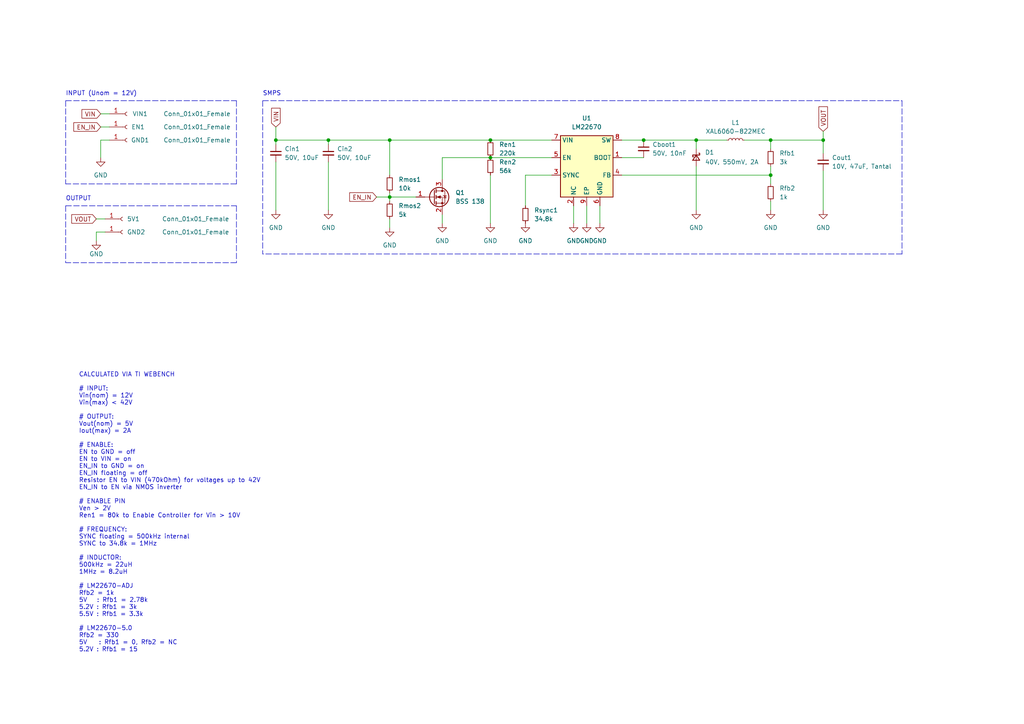
<source format=kicad_sch>
(kicad_sch (version 20211123) (generator eeschema)
  (paper "A4")
  (lib_symbols
    (symbol "Connector:Conn_01x01_Female" (pin_names (offset 1.016) hide)
      (property "Reference" "J" (at 0 2.54 0))
      (property "Value" "Conn_01x01_Female" (at 0 -2.54 0))
      (symbol "Conn_01x01_Female_1_1"
        (polyline (pts (xy -1.27 0) (xy -0.508 0)) (stroke (width 0.1524)))
        (arc (start 0 0.508) (mid -0.508 0) (end 0 -0.508) (stroke (width 0.1524)))
        (pin passive line (at -5.08 0 0) (length 3.81) (name "Pin_1") (number "1"))
      )
    )
    (symbol "Device:C_Small" (pin_numbers hide) (pin_names (offset 0.254) hide)
      (property "Reference" "C" (at 0.254 1.778 0))
      (property "Value" "C_Small" (at 0.254 -2.032 0))
      (symbol "C_Small_0_1"
        (polyline (pts (xy -1.524 -0.508) (xy 1.524 -0.508)) (stroke (width 0.3302)))
        (polyline (pts (xy -1.524 0.508) (xy 1.524 0.508)) (stroke (width 0.3048)))
      )
      (symbol "C_Small_1_1"
        (pin passive line (at 0 2.54 270) (length 2.032) (name "~") (number "1"))
        (pin passive line (at 0 -2.54 90) (length 2.032) (name "~") (number "2"))
      )
    )
    (symbol "Device:D_Schottky_Small" (pin_numbers hide) (pin_names (offset 0.254) hide)
      (property "Reference" "D" (at -1.27 2.032 0))
      (property "Value" "D_Schottky_Small" (at -7.112 -2.032 0))
      (symbol "D_Schottky_Small_0_1"
        (polyline (pts (xy -0.762 0) (xy 0.762 0)))
        (polyline (pts (xy 0.762 -1.016) (xy -0.762 0) (xy 0.762 1.016) (xy 0.762 -1.016)) (stroke (width 0.254)))
        (polyline (pts (xy -1.27 0.762) (xy -1.27 1.016) (xy -0.762 1.016) (xy -0.762 -1.016) (xy -0.254 -1.016) (xy -0.254 -0.762)) (stroke (width 0.254)))
      )
      (symbol "D_Schottky_Small_1_1"
        (pin passive line (at -2.54 0 0) (length 1.778) (name "K") (number "1"))
        (pin passive line (at 2.54 0 180) (length 1.778) (name "A") (number "2"))
      )
    )
    (symbol "Device:L_Small" (pin_numbers hide) (pin_names (offset 0.254) hide)
      (property "Reference" "L" (at 0.762 1.016 0))
      (property "Value" "L_Small" (at 0.762 -1.016 0))
      (symbol "L_Small_0_1"
        (arc (start 0 -2.032) (mid 0.508 -1.524) (end 0 -1.016))
        (arc (start 0 -1.016) (mid 0.508 -0.508) (end 0 0))
        (arc (start 0 0) (mid 0.508 0.508) (end 0 1.016))
        (arc (start 0 1.016) (mid 0.508 1.524) (end 0 2.032))
      )
      (symbol "L_Small_1_1"
        (pin passive line (at 0 2.54 270) (length 0.508) (name "~") (number "1"))
        (pin passive line (at 0 -2.54 90) (length 0.508) (name "~") (number "2"))
      )
    )
    (symbol "Device:Q_NMOS_GSD" (pin_names (offset 0) hide)
      (property "Reference" "Q" (at 5.08 1.27 0))
      (property "Value" "Q_NMOS_GSD" (at 5.08 -1.27 0))
      (symbol "Q_NMOS_GSD_0_1"
        (polyline (pts (xy 0.254 0) (xy -2.54 0)))
        (polyline (pts (xy 0.254 1.905) (xy 0.254 -1.905)) (stroke (width 0.254)))
        (polyline (pts (xy 0.762 -1.27) (xy 0.762 -2.286)) (stroke (width 0.254)))
        (polyline (pts (xy 0.762 0.508) (xy 0.762 -0.508)) (stroke (width 0.254)))
        (polyline (pts (xy 0.762 2.286) (xy 0.762 1.27)) (stroke (width 0.254)))
        (polyline (pts (xy 2.54 2.54) (xy 2.54 1.778)))
        (polyline (pts (xy 2.54 -2.54) (xy 2.54 0) (xy 0.762 0)))
        (polyline (pts (xy 0.762 -1.778) (xy 3.302 -1.778) (xy 3.302 1.778) (xy 0.762 1.778)))
        (polyline (pts (xy 1.016 0) (xy 2.032 0.381) (xy 2.032 -0.381) (xy 1.016 0)) (fill (type outline)))
        (polyline (pts (xy 2.794 0.508) (xy 2.921 0.381) (xy 3.683 0.381) (xy 3.81 0.254)))
        (polyline (pts (xy 3.302 0.381) (xy 2.921 -0.254) (xy 3.683 -0.254) (xy 3.302 0.381)))
        (circle (center 1.651 0) (radius 2.794) (stroke (width 0.254)))
        (circle (center 2.54 -1.778) (radius 0.254) (fill (type outline)))
        (circle (center 2.54 1.778) (radius 0.254) (fill (type outline)))
      )
      (symbol "Q_NMOS_GSD_1_1"
        (pin input line (at -5.08 0 0) (length 2.54) (name "G") (number "1"))
        (pin passive line (at 2.54 -5.08 90) (length 2.54) (name "S") (number "2"))
        (pin passive line (at 2.54 5.08 270) (length 2.54) (name "D") (number "3"))
      )
    )
    (symbol "Device:R_Small" (pin_numbers hide) (pin_names (offset 0.254) hide)
      (property "Reference" "R" (at 0.762 0.508 0))
      (property "Value" "R_Small" (at 0.762 -1.016 0))
      (symbol "R_Small_0_1"
        (rectangle (start -0.762 1.778) (end 0.762 -1.778) (stroke (width 0.2032)))
      )
      (symbol "R_Small_1_1"
        (pin passive line (at 0 2.54 270) (length 0.762) (name "~") (number "1"))
        (pin passive line (at 0 -2.54 90) (length 0.762) (name "~") (number "2"))
      )
    )
    (symbol "Regulator_Switching:LM22676MR-ADJ"
      (property "Reference" "U1" (at 0 12.7 0))
      (property "Value" "LM22670" (at 0 10.16 0))
      (symbol "LM22676MR-ADJ_0_1"
        (rectangle (start -7.62 6.35) (end 7.62 -11.43) (stroke (width 0.254)) (fill (type background)))
      )
      (symbol "LM22676MR-ADJ_1_1"
        (pin input line (at 10.16 0 180) (length 2.54) (name "BOOT") (number "1"))
        (pin power_in line (at -3.81 -13.97 90) (length 2.54) (name "NC") (number "2"))
        (pin input line (at -10.16 -5.08 0) (length 2.54) (name "SYNC") (number "3"))
        (pin input line (at 10.16 -5.08 180) (length 2.54) (name "FB") (number "4"))
        (pin input line (at -10.16 0 0) (length 2.54) (name "EN") (number "5"))
        (pin power_in line (at 3.81 -13.97 90) (length 2.54) (name "GND") (number "6"))
        (pin power_in line (at -10.16 5.08 0) (length 2.54) (name "VIN") (number "7"))
        (pin power_out line (at 10.16 5.08 180) (length 2.54) (name "SW") (number "8"))
        (pin power_in line (at 0 -13.97 90) (length 2.54) (name "EP") (number "9"))
      )
    )
    (symbol "power:GND" (power) (pin_names (offset 0))
      (property "Value" "GND" (at 0 -3.81 0))
      (symbol "GND_0_1"
        (polyline (pts (xy 0 0) (xy 0 -1.27) (xy 1.27 -1.27) (xy 0 -2.54) (xy -1.27 -1.27) (xy 0 -1.27)))
      )
      (symbol "GND_1_1"
        (pin power_in line (at 0 0 270) (length 0) hide (name "GND") (number "1"))
      )
    )
  )
  (junction (at 223.52 40.64))
  (junction (at 80.01 40.64))
  (junction (at 238.76 40.64))
  (junction (at 113.03 57.15))
  (junction (at 223.52 50.8))
  (junction (at 186.69 40.64))
  (junction (at 142.24 45.72))
  (junction (at 201.93 40.64))
  (junction (at 142.24 40.64))
  (junction (at 95.25 40.64))
  (junction (at 113.03 40.64))
  (wire (pts (xy 113.03 57.15) (xy 113.03 58.42)))
  (wire (pts (xy 142.24 40.64) (xy 160.02 40.64)))
  (wire (pts (xy 180.34 45.72) (xy 186.69 45.72)))
  (wire (pts (xy 29.21 40.64) (xy 29.21 45.72)))
  (wire (pts (xy 238.76 38.1) (xy 238.76 40.64)))
  (wire (pts (xy 180.34 50.8) (xy 223.52 50.8)))
  (wire (pts (xy 95.25 40.64) (xy 113.03 40.64)))
  (wire (pts (xy 113.03 40.64) (xy 113.03 50.8)))
  (wire (pts (xy 113.03 63.5) (xy 113.03 66.04)))
  (wire (pts (xy 166.37 59.69) (xy 166.37 64.77)))
  (wire (pts (xy 201.93 40.64) (xy 210.82 40.64)))
  (wire (pts (xy 128.27 45.72) (xy 128.27 52.07)))
  (wire (pts (xy 128.27 45.72) (xy 142.24 45.72)))
  (wire (pts (xy 223.52 50.8) (xy 223.52 53.34)))
  (wire (pts (xy 29.21 36.83) (xy 31.75 36.83)))
  (wire (pts (xy 113.03 57.15) (xy 120.65 57.15)))
  (wire (pts (xy 27.94 63.5) (xy 30.48 63.5)))
  (wire (pts (xy 128.27 62.23) (xy 128.27 64.77)))
  (wire (pts (xy 223.52 58.42) (xy 223.52 60.96)))
  (polyline (pts (xy 68.58 59.69) (xy 68.58 76.2)))
  (wire (pts (xy 142.24 45.72) (xy 160.02 45.72)))
  (wire (pts (xy 201.93 48.26) (xy 201.93 60.96)))
  (wire (pts (xy 113.03 40.64) (xy 142.24 40.64)))
  (polyline (pts (xy 261.62 29.21) (xy 261.62 73.66)))
  (wire (pts (xy 238.76 49.53) (xy 238.76 60.96)))
  (wire (pts (xy 152.4 50.8) (xy 160.02 50.8)))
  (polyline (pts (xy 68.58 29.21) (xy 68.58 53.34)))
  (polyline (pts (xy 19.05 59.69) (xy 68.58 59.69)))
  (polyline (pts (xy 261.62 73.66) (xy 76.2 73.66)))
  (wire (pts (xy 170.18 59.69) (xy 170.18 64.77)))
  (wire (pts (xy 201.93 43.18) (xy 201.93 40.64)))
  (wire (pts (xy 223.52 48.26) (xy 223.52 50.8)))
  (wire (pts (xy 95.25 40.64) (xy 95.25 41.91)))
  (wire (pts (xy 113.03 55.88) (xy 113.03 57.15)))
  (wire (pts (xy 223.52 40.64) (xy 223.52 43.18)))
  (polyline (pts (xy 19.05 29.21) (xy 68.58 29.21)))
  (polyline (pts (xy 68.58 53.34) (xy 19.05 53.34)))
  (wire (pts (xy 80.01 40.64) (xy 80.01 41.91)))
  (wire (pts (xy 173.99 59.69) (xy 173.99 64.77)))
  (wire (pts (xy 27.94 67.31) (xy 30.48 67.31)))
  (wire (pts (xy 31.75 33.02) (xy 29.21 33.02)))
  (wire (pts (xy 109.22 57.15) (xy 113.03 57.15)))
  (wire (pts (xy 95.25 40.64) (xy 80.01 40.64)))
  (wire (pts (xy 80.01 40.64) (xy 80.01 36.83)))
  (wire (pts (xy 238.76 40.64) (xy 238.76 44.45)))
  (wire (pts (xy 31.75 40.64) (xy 29.21 40.64)))
  (wire (pts (xy 27.94 67.31) (xy 27.94 69.85)))
  (wire (pts (xy 180.34 40.64) (xy 186.69 40.64)))
  (polyline (pts (xy 76.2 29.21) (xy 76.2 73.66)))
  (wire (pts (xy 152.4 59.69) (xy 152.4 50.8)))
  (polyline (pts (xy 68.58 76.2) (xy 19.05 76.2)))
  (wire (pts (xy 215.9 40.64) (xy 223.52 40.64)))
  (wire (pts (xy 80.01 46.99) (xy 80.01 60.96)))
  (polyline (pts (xy 76.2 29.21) (xy 261.62 29.21)))
  (wire (pts (xy 186.69 40.64) (xy 201.93 40.64)))
  (polyline (pts (xy 19.05 29.21) (xy 19.05 53.34)))
  (wire (pts (xy 95.25 46.99) (xy 95.25 60.96)))
  (polyline (pts (xy 19.05 59.69) (xy 19.05 76.2)))
  (wire (pts (xy 142.24 50.8) (xy 142.24 64.77)))
  (wire (pts (xy 223.52 40.64) (xy 238.76 40.64)))
  (text "OUTPUT" (at 19.05 58.42 0) (effects (font (size 1.27 1.27)) (justify left bottom)))
  (text "INPUT (Unom = 12V)" (at 19.05 27.94 0) (effects (font (size 1.27 1.27)) (justify left bottom)))
  (text "SMPS" (at 76.2 27.94 0) (effects (font (size 1.27 1.27)) (justify left bottom)))
  (text "CALCULATED VIA TI WEBENCH\n\n# INPUT:\nVin(nom) = 12V\nVin(max) < 42V\n\n# OUTPUT:\nVout(nom) = 5V\nIout(max) = 2A\n\n# ENABLE:\nEN to GND = off\nEN to VIN = on\nEN_IN to GND = on\nEN_IN floating = off\nResistor EN to VIN (470kOhm) for voltages up to 42V\nEN_IN to EN via NMOS inverter\n\n# ENABLE PIN\nVen > 2V\nRen1 = 80k to Enable Controller for Vin > 10V\n\n# FREQUENCY:\nSYNC floating = 500kHz internal\nSYNC to 34.8k = 1MHz\n\n# INDUCTOR:\n500kHz = 22uH\n1MHz = 8.2uH\n\n# LM22670-ADJ\nRfb2 = 1k\n5V   : Rfb1 = 2.78k\n5.2V : Rfb1 = 3k\n5.5V : Rfb1 = 3.3k\n\n# LM22670-5.0\nRfb2 = 330\n5V 	 : Rfb1 = 0, Rfb2 = NC\n5.2V : Rfb1 = 15" (at 22.86 189.23 0) (effects (font (size 1.27 1.27)) (justify left bottom)))
  (global_label "VOUT" (shape input) (at 238.76 38.1 90) (property "Intersheet References" "${INTERSHEET_REFS}" (effects hide)))
  (global_label "EN_IN" (shape input) (at 29.21 36.83 180) (property "Intersheet References" "${INTERSHEET_REFS}" (effects hide)))
  (global_label "EN_IN" (shape input) (at 109.22 57.15 180) (property "Intersheet References" "${INTERSHEET_REFS}" (effects hide)))
  (global_label "VIN" (shape input) (at 29.21 33.02 180) (property "Intersheet References" "${INTERSHEET_REFS}" (effects hide)))
  (global_label "VIN" (shape input) (at 80.01 36.83 90) (property "Intersheet References" "${INTERSHEET_REFS}" (effects hide)))
  (global_label "VOUT" (shape input) (at 27.94 63.5 180) (property "Intersheet References" "${INTERSHEET_REFS}" (effects hide)))
  (symbol (lib_id "Device:C_Small") (at 186.69 43.18 0) (unit 1)
    (property "Reference" "Cboot1" (at 189.23 41.9162 0) (effects (justify left)))
    (property "Value" "50V, 10nF" (at 189.23 44.4562 0) (effects (justify left)))
    (property "Footprint" "Capacitor_SMD:C_0603_1608Metric" (effects hide))
  )
  (symbol (lib_id "power:GND") (at 238.76 60.96 0) (unit 1)
    (property "Reference" "#PWR0107" (effects hide))
    (property "Value" "GND" (at 238.76 66.04 0))
  )
  (symbol (lib_id "Device:R_Small") (at 223.52 55.88 0) (unit 1)
    (property "Reference" "Rfb2" (at 226.06 54.6099 0) (effects (justify left)))
    (property "Value" "1k" (at 226.06 57.15 0) (effects (justify left)))
    (property "Footprint" "Resistor_SMD:R_0603_1608Metric" (effects hide))
  )
  (symbol (lib_id "power:GND") (at 80.01 60.96 0) (unit 1)
    (property "Reference" "#PWR0103" (effects hide))
    (property "Value" "GND" (at 80.01 66.04 0))
  )
  (symbol (lib_id "Device:R_Small") (at 113.03 53.34 0) (unit 1)
    (property "Reference" "Rmos1" (at 115.57 52.0699 0) (effects (justify left)))
    (property "Value" "10k" (at 115.57 54.61 0) (effects (justify left)))
    (property "Footprint" "Resistor_SMD:R_0603_1608Metric" (effects hide))
  )
  (symbol (lib_id "Device:R_Small") (at 142.24 48.26 0) (unit 1)
    (property "Reference" "Ren2" (at 144.78 46.9899 0) (effects (justify left)))
    (property "Value" "56k" (at 144.78 49.5299 0) (effects (justify left)))
    (property "Footprint" "Resistor_SMD:R_0603_1608Metric" (effects hide))
  )
  (symbol (lib_id "Connector:Conn_01x01_Female") (at 36.83 33.02 0) (mirror x) (unit 1)
    (property "Reference" "VIN1" (at 40.64 33.02 0))
    (property "Value" "Conn_01x01_Female" (at 57.15 33.02 0))
    (property "Footprint" "Connector_Wire:SolderWirePad_1x01_SMD_1x2mm" (effects hide))
  )
  (symbol (lib_id "Device:C_Small") (at 95.25 44.45 0) (unit 1)
    (property "Reference" "Cin2" (at 97.79 43.1862 0) (effects (justify left)))
    (property "Value" "50V, 10uF" (at 97.79 45.7262 0) (effects (justify left)))
    (property "Footprint" "Capacitor_SMD:C_1210_3225Metric" (effects hide))
  )
  (symbol (lib_id "Connector:Conn_01x01_Female") (at 35.56 67.31 0) (unit 1)
    (property "Reference" "GND2" (at 36.83 67.31 0) (effects (justify left)))
    (property "Value" "Conn_01x01_Female" (at 46.99 67.3101 0) (effects (justify left)))
    (property "Footprint" "TestPoint:TestPoint_THTPad_D1.0mm_Drill0.5mm" (effects hide))
  )
  (symbol (lib_id "power:GND") (at 166.37 64.77 0) (unit 1)
    (property "Reference" "#PWR0110" (effects hide))
    (property "Value" "GND" (at 166.37 69.85 0))
  )
  (symbol (lib_id "Connector:Conn_01x01_Female") (at 35.56 63.5 0) (unit 1)
    (property "Reference" "5V1" (at 36.83 63.5 0) (effects (justify left)))
    (property "Value" "Conn_01x01_Female" (at 46.99 63.5001 0) (effects (justify left)))
    (property "Footprint" "TestPoint:TestPoint_THTPad_D1.0mm_Drill0.5mm" (effects hide))
  )
  (symbol (lib_id "Device:D_Schottky_Small") (at 201.93 45.72 270) (unit 1)
    (property "Reference" "D1" (at 204.47 44.1959 90) (effects (justify left)))
    (property "Value" "40V, 550mV, 2A" (at 204.47 46.99 90) (effects (justify left)))
    (property "Footprint" "Diode_SMD:D_SOD-128" (effects hide))
  )
  (symbol (lib_id "Device:R_Small") (at 142.24 43.18 0) (unit 1)
    (property "Reference" "Ren1" (at 144.78 41.9099 0) (effects (justify left)))
    (property "Value" "220k" (at 144.78 44.4499 0) (effects (justify left)))
    (property "Footprint" "Resistor_SMD:R_0603_1608Metric" (effects hide))
  )
  (symbol (lib_id "power:GND") (at 173.99 64.77 0) (unit 1)
    (property "Reference" "#PWR0104" (effects hide))
    (property "Value" "GND" (at 173.99 69.85 0))
  )
  (symbol (lib_id "power:GND") (at 223.52 60.96 0) (unit 1)
    (property "Reference" "#PWR0113" (effects hide))
    (property "Value" "GND" (at 223.52 66.04 0))
  )
  (symbol (lib_id "power:GND") (at 142.24 64.77 0) (unit 1)
    (property "Reference" "#PWR0101" (effects hide))
    (property "Value" "GND" (at 142.24 69.85 0))
  )
  (symbol (lib_id "power:GND") (at 128.27 64.77 0) (unit 1)
    (property "Reference" "#PWR0108" (effects hide))
    (property "Value" "GND" (at 128.27 69.85 0))
  )
  (symbol (lib_id "Device:Q_NMOS_GSD") (at 125.73 57.15 0) (unit 1)
    (property "Reference" "Q1" (at 132.08 55.8799 0) (effects (justify left)))
    (property "Value" "BSS 138" (at 132.08 58.42 0) (effects (justify left)))
    (property "Footprint" "Package_TO_SOT_SMD:SOT-23W" (effects hide))
  )
  (symbol (lib_id "Connector:Conn_01x01_Female") (at 36.83 36.83 0) (unit 1)
    (property "Reference" "EN1" (at 38.1 36.8299 0) (effects (justify left)))
    (property "Value" "Conn_01x01_Female" (at 57.15 36.83 0))
    (property "Footprint" "TestPoint:TestPoint_THTPad_D1.0mm_Drill0.5mm" (effects hide))
  )
  (symbol (lib_id "Device:R_Small") (at 113.03 60.96 0) (unit 1)
    (property "Reference" "Rmos2" (at 115.57 59.6899 0) (effects (justify left)))
    (property "Value" "5k" (at 115.57 62.2299 0) (effects (justify left)))
    (property "Footprint" "Resistor_SMD:R_0603_1608Metric" (effects hide))
  )
  (symbol (lib_id "Connector:Conn_01x01_Female") (at 36.83 40.64 0) (mirror x) (unit 1)
    (property "Reference" "GND1" (at 40.64 40.64 0))
    (property "Value" "Conn_01x01_Female" (at 57.15 40.64 0))
    (property "Footprint" "Connector_Wire:SolderWirePad_1x01_SMD_1x2mm" (effects hide))
  )
  (symbol (lib_id "Device:L_Small") (at 213.36 40.64 90) (unit 1)
    (property "Reference" "L1" (at 213.36 35.56 90))
    (property "Value" "XAL6060-822MEC" (at 213.36 38.1 90))
    (property "Footprint" "Inductor_SMD:L_Coilcraft_XAL60xx_6.36x6.56mm" (effects hide))
    (property "Datasheet" "Panasonic ETQP5M 0854" (effects hide))
  )
  (symbol (lib_id "Device:C_Small") (at 238.76 46.99 0) (unit 1)
    (property "Reference" "Cout1" (at 241.3 45.7262 0) (effects (justify left)))
    (property "Value" "10V, 47uF, Tantal" (at 241.3 48.2662 0) (effects (justify left)))
    (property "Footprint" "Capacitor_Tantalum_SMD:CP_EIA-3528-21_Kemet-B" (effects hide))
  )
  (symbol (lib_id "Device:R_Small") (at 223.52 45.72 0) (unit 1)
    (property "Reference" "Rfb1" (at 226.06 44.4499 0) (effects (justify left)))
    (property "Value" "3k" (at 226.06 46.9899 0) (effects (justify left)))
    (property "Footprint" "Resistor_SMD:R_0603_1608Metric" (effects hide))
  )
  (symbol (lib_id "Device:R_Small") (at 152.4 62.23 0) (unit 1)
    (property "Reference" "Rsync1" (at 154.94 60.9599 0) (effects (justify left)))
    (property "Value" "34.8k" (at 154.94 63.4999 0) (effects (justify left)))
    (property "Footprint" "Resistor_SMD:R_0603_1608Metric" (effects hide))
  )
  (symbol (lib_id "power:GND") (at 152.4 64.77 0) (unit 1)
    (property "Reference" "#PWR0106" (effects hide))
    (property "Value" "GND" (at 152.4 69.85 0))
  )
  (symbol (lib_id "power:GND") (at 29.21 45.72 0) (mirror y) (unit 1)
    (property "Reference" "#PWR02" (effects hide))
    (property "Value" "GND" (at 29.21 50.8 0))
  )
  (symbol (lib_id "power:GND") (at 170.18 64.77 0) (unit 1)
    (property "Reference" "#PWR0109" (effects hide))
    (property "Value" "GND" (at 170.18 69.85 0))
  )
  (symbol (lib_id "power:GND") (at 27.94 69.85 0) (unit 1)
    (property "Reference" "#PWR03" (effects hide))
    (property "Value" "GND" (at 27.94 73.66 0))
  )
  (symbol (lib_id "Device:C_Small") (at 80.01 44.45 0) (unit 1)
    (property "Reference" "Cin1" (at 82.55 43.1862 0) (effects (justify left)))
    (property "Value" "50V, 10uF" (at 82.55 45.7262 0) (effects (justify left)))
    (property "Footprint" "Capacitor_SMD:C_1210_3225Metric" (effects hide))
  )
  (symbol (lib_id "power:GND") (at 113.03 66.04 0) (unit 1)
    (property "Reference" "#PWR0111" (effects hide))
    (property "Value" "GND" (at 113.03 71.12 0))
  )
  (symbol (lib_id "power:GND") (at 201.93 60.96 0) (unit 1)
    (property "Reference" "#PWR0105" (effects hide))
    (property "Value" "GND" (at 201.93 66.04 0))
  )
  (symbol (lib_id "Regulator_Switching:LM22676MR-ADJ") (at 170.18 45.72 0) (unit 1)
    (property "Reference" "U1" (at 170.18 34.29 0))
    (property "Value" "LM22670" (at 170.18 36.83 0))
    (property "Footprint" "Package_SO:TI_SO-PowerPAD-8" (effects hide))
    (property "Datasheet" "https://www.ti.com/lit/ds/symlink/lm22670-q1.pdf" (effects hide))
  )
  (symbol (lib_id "power:GND") (at 95.25 60.96 0) (unit 1)
    (property "Reference" "#PWR0102" (effects hide))
    (property "Value" "GND" (at 95.25 66.04 0))
  )
)
</source>
